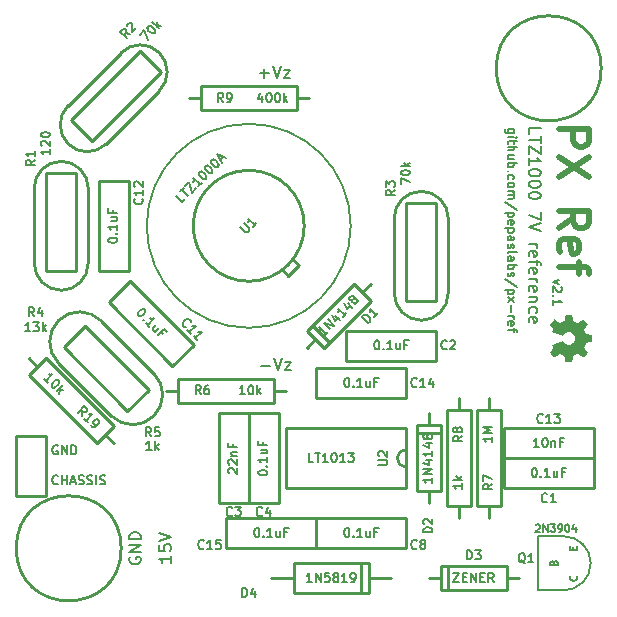
<source format=gto>
G04 (created by PCBNEW (22-Jun-2014 BZR 4027)-stable) date Fri 29 Dec 2017 01:03:39 AM CST*
%MOIN*%
G04 Gerber Fmt 3.4, Leading zero omitted, Abs format*
%FSLAX34Y34*%
G01*
G70*
G90*
G04 APERTURE LIST*
%ADD10C,0.00590551*%
%ADD11C,0.006*%
%ADD12C,0.00787402*%
%ADD13C,0.008*%
%ADD14C,0.02*%
%ADD15C,0.01*%
%ADD16C,0.0001*%
%ADD17C,0.005*%
G04 APERTURE END LIST*
G54D10*
G54D11*
X79392Y-41092D02*
X79378Y-41107D01*
X79335Y-41121D01*
X79307Y-41121D01*
X79264Y-41107D01*
X79235Y-41078D01*
X79221Y-41050D01*
X79207Y-40992D01*
X79207Y-40950D01*
X79221Y-40892D01*
X79235Y-40864D01*
X79264Y-40835D01*
X79307Y-40821D01*
X79335Y-40821D01*
X79378Y-40835D01*
X79392Y-40850D01*
X79521Y-41121D02*
X79521Y-40821D01*
X79521Y-40964D02*
X79692Y-40964D01*
X79692Y-41121D02*
X79692Y-40821D01*
X79821Y-41035D02*
X79964Y-41035D01*
X79792Y-41121D02*
X79892Y-40821D01*
X79992Y-41121D01*
X80078Y-41107D02*
X80121Y-41121D01*
X80192Y-41121D01*
X80221Y-41107D01*
X80235Y-41092D01*
X80250Y-41064D01*
X80250Y-41035D01*
X80235Y-41007D01*
X80221Y-40992D01*
X80192Y-40978D01*
X80135Y-40964D01*
X80107Y-40950D01*
X80092Y-40935D01*
X80078Y-40907D01*
X80078Y-40878D01*
X80092Y-40850D01*
X80107Y-40835D01*
X80135Y-40821D01*
X80207Y-40821D01*
X80250Y-40835D01*
X80364Y-41107D02*
X80407Y-41121D01*
X80478Y-41121D01*
X80507Y-41107D01*
X80521Y-41092D01*
X80535Y-41064D01*
X80535Y-41035D01*
X80521Y-41007D01*
X80507Y-40992D01*
X80478Y-40978D01*
X80421Y-40964D01*
X80392Y-40950D01*
X80378Y-40935D01*
X80364Y-40907D01*
X80364Y-40878D01*
X80378Y-40850D01*
X80392Y-40835D01*
X80421Y-40821D01*
X80492Y-40821D01*
X80535Y-40835D01*
X80664Y-41121D02*
X80664Y-40821D01*
X80792Y-41107D02*
X80835Y-41121D01*
X80907Y-41121D01*
X80935Y-41107D01*
X80950Y-41092D01*
X80964Y-41064D01*
X80964Y-41035D01*
X80950Y-41007D01*
X80935Y-40992D01*
X80907Y-40978D01*
X80850Y-40964D01*
X80821Y-40950D01*
X80807Y-40935D01*
X80792Y-40907D01*
X80792Y-40878D01*
X80807Y-40850D01*
X80821Y-40835D01*
X80850Y-40821D01*
X80921Y-40821D01*
X80964Y-40835D01*
X79378Y-39835D02*
X79350Y-39821D01*
X79307Y-39821D01*
X79264Y-39835D01*
X79235Y-39864D01*
X79221Y-39892D01*
X79207Y-39950D01*
X79207Y-39992D01*
X79221Y-40050D01*
X79235Y-40078D01*
X79264Y-40107D01*
X79307Y-40121D01*
X79335Y-40121D01*
X79378Y-40107D01*
X79392Y-40092D01*
X79392Y-39992D01*
X79335Y-39992D01*
X79521Y-40121D02*
X79521Y-39821D01*
X79692Y-40121D01*
X79692Y-39821D01*
X79835Y-40121D02*
X79835Y-39821D01*
X79907Y-39821D01*
X79950Y-39835D01*
X79978Y-39864D01*
X79992Y-39892D01*
X80007Y-39950D01*
X80007Y-39992D01*
X79992Y-40050D01*
X79978Y-40078D01*
X79950Y-40107D01*
X79907Y-40121D01*
X79835Y-40121D01*
G54D12*
X89150Y-32500D02*
G75*
G03X89150Y-32500I-3400J0D01*
G74*
G01*
G54D11*
X82514Y-39971D02*
X82342Y-39971D01*
X82428Y-39971D02*
X82428Y-39671D01*
X82400Y-39714D01*
X82371Y-39742D01*
X82342Y-39757D01*
X82642Y-39971D02*
X82642Y-39671D01*
X82671Y-39857D02*
X82757Y-39971D01*
X82757Y-39771D02*
X82642Y-39885D01*
X82500Y-39521D02*
X82400Y-39378D01*
X82328Y-39521D02*
X82328Y-39221D01*
X82442Y-39221D01*
X82471Y-39235D01*
X82485Y-39250D01*
X82500Y-39278D01*
X82500Y-39321D01*
X82485Y-39350D01*
X82471Y-39364D01*
X82442Y-39378D01*
X82328Y-39378D01*
X82771Y-39221D02*
X82628Y-39221D01*
X82614Y-39364D01*
X82628Y-39350D01*
X82657Y-39335D01*
X82728Y-39335D01*
X82757Y-39350D01*
X82771Y-39364D01*
X82785Y-39392D01*
X82785Y-39464D01*
X82771Y-39492D01*
X82757Y-39507D01*
X82728Y-39521D01*
X82657Y-39521D01*
X82628Y-39507D01*
X82614Y-39492D01*
X94578Y-29400D02*
X94335Y-29400D01*
X94307Y-29385D01*
X94292Y-29371D01*
X94278Y-29342D01*
X94278Y-29300D01*
X94292Y-29271D01*
X94392Y-29400D02*
X94378Y-29371D01*
X94378Y-29314D01*
X94392Y-29285D01*
X94407Y-29271D01*
X94435Y-29257D01*
X94521Y-29257D01*
X94550Y-29271D01*
X94564Y-29285D01*
X94578Y-29314D01*
X94578Y-29371D01*
X94564Y-29400D01*
X94378Y-29542D02*
X94578Y-29542D01*
X94678Y-29542D02*
X94664Y-29528D01*
X94650Y-29542D01*
X94664Y-29557D01*
X94678Y-29542D01*
X94650Y-29542D01*
X94578Y-29642D02*
X94578Y-29757D01*
X94678Y-29685D02*
X94421Y-29685D01*
X94392Y-29700D01*
X94378Y-29728D01*
X94378Y-29757D01*
X94378Y-29857D02*
X94678Y-29857D01*
X94378Y-29985D02*
X94535Y-29985D01*
X94564Y-29971D01*
X94578Y-29942D01*
X94578Y-29900D01*
X94564Y-29871D01*
X94550Y-29857D01*
X94578Y-30257D02*
X94378Y-30257D01*
X94578Y-30128D02*
X94421Y-30128D01*
X94392Y-30142D01*
X94378Y-30171D01*
X94378Y-30214D01*
X94392Y-30242D01*
X94407Y-30257D01*
X94378Y-30400D02*
X94678Y-30400D01*
X94564Y-30400D02*
X94578Y-30428D01*
X94578Y-30485D01*
X94564Y-30514D01*
X94550Y-30528D01*
X94521Y-30542D01*
X94435Y-30542D01*
X94407Y-30528D01*
X94392Y-30514D01*
X94378Y-30485D01*
X94378Y-30428D01*
X94392Y-30400D01*
X94407Y-30671D02*
X94392Y-30685D01*
X94378Y-30671D01*
X94392Y-30657D01*
X94407Y-30671D01*
X94378Y-30671D01*
X94392Y-30942D02*
X94378Y-30914D01*
X94378Y-30857D01*
X94392Y-30828D01*
X94407Y-30814D01*
X94435Y-30800D01*
X94521Y-30800D01*
X94550Y-30814D01*
X94564Y-30828D01*
X94578Y-30857D01*
X94578Y-30914D01*
X94564Y-30942D01*
X94378Y-31114D02*
X94392Y-31085D01*
X94407Y-31071D01*
X94435Y-31057D01*
X94521Y-31057D01*
X94550Y-31071D01*
X94564Y-31085D01*
X94578Y-31114D01*
X94578Y-31157D01*
X94564Y-31185D01*
X94550Y-31200D01*
X94521Y-31214D01*
X94435Y-31214D01*
X94407Y-31200D01*
X94392Y-31185D01*
X94378Y-31157D01*
X94378Y-31114D01*
X94378Y-31342D02*
X94578Y-31342D01*
X94550Y-31342D02*
X94564Y-31357D01*
X94578Y-31385D01*
X94578Y-31428D01*
X94564Y-31457D01*
X94535Y-31471D01*
X94378Y-31471D01*
X94535Y-31471D02*
X94564Y-31485D01*
X94578Y-31514D01*
X94578Y-31557D01*
X94564Y-31585D01*
X94535Y-31600D01*
X94378Y-31600D01*
X94692Y-31957D02*
X94307Y-31700D01*
X94578Y-32057D02*
X94278Y-32057D01*
X94564Y-32057D02*
X94578Y-32085D01*
X94578Y-32142D01*
X94564Y-32171D01*
X94550Y-32185D01*
X94521Y-32200D01*
X94435Y-32200D01*
X94407Y-32185D01*
X94392Y-32171D01*
X94378Y-32142D01*
X94378Y-32085D01*
X94392Y-32057D01*
X94392Y-32442D02*
X94378Y-32414D01*
X94378Y-32357D01*
X94392Y-32328D01*
X94421Y-32314D01*
X94535Y-32314D01*
X94564Y-32328D01*
X94578Y-32357D01*
X94578Y-32414D01*
X94564Y-32442D01*
X94535Y-32457D01*
X94507Y-32457D01*
X94478Y-32314D01*
X94578Y-32585D02*
X94278Y-32585D01*
X94564Y-32585D02*
X94578Y-32614D01*
X94578Y-32671D01*
X94564Y-32700D01*
X94550Y-32714D01*
X94521Y-32728D01*
X94435Y-32728D01*
X94407Y-32714D01*
X94392Y-32700D01*
X94378Y-32671D01*
X94378Y-32614D01*
X94392Y-32585D01*
X94378Y-32985D02*
X94535Y-32985D01*
X94564Y-32971D01*
X94578Y-32942D01*
X94578Y-32885D01*
X94564Y-32857D01*
X94392Y-32985D02*
X94378Y-32957D01*
X94378Y-32885D01*
X94392Y-32857D01*
X94421Y-32842D01*
X94450Y-32842D01*
X94478Y-32857D01*
X94492Y-32885D01*
X94492Y-32957D01*
X94507Y-32985D01*
X94392Y-33114D02*
X94378Y-33142D01*
X94378Y-33200D01*
X94392Y-33228D01*
X94421Y-33242D01*
X94435Y-33242D01*
X94464Y-33228D01*
X94478Y-33200D01*
X94478Y-33157D01*
X94492Y-33128D01*
X94521Y-33114D01*
X94535Y-33114D01*
X94564Y-33128D01*
X94578Y-33157D01*
X94578Y-33200D01*
X94564Y-33228D01*
X94378Y-33414D02*
X94392Y-33385D01*
X94421Y-33371D01*
X94678Y-33371D01*
X94378Y-33657D02*
X94535Y-33657D01*
X94564Y-33642D01*
X94578Y-33614D01*
X94578Y-33557D01*
X94564Y-33528D01*
X94392Y-33657D02*
X94378Y-33628D01*
X94378Y-33557D01*
X94392Y-33528D01*
X94421Y-33514D01*
X94450Y-33514D01*
X94478Y-33528D01*
X94492Y-33557D01*
X94492Y-33628D01*
X94507Y-33657D01*
X94378Y-33800D02*
X94678Y-33800D01*
X94564Y-33800D02*
X94578Y-33828D01*
X94578Y-33885D01*
X94564Y-33914D01*
X94550Y-33928D01*
X94521Y-33942D01*
X94435Y-33942D01*
X94407Y-33928D01*
X94392Y-33914D01*
X94378Y-33885D01*
X94378Y-33828D01*
X94392Y-33800D01*
X94392Y-34057D02*
X94378Y-34085D01*
X94378Y-34142D01*
X94392Y-34171D01*
X94421Y-34185D01*
X94435Y-34185D01*
X94464Y-34171D01*
X94478Y-34142D01*
X94478Y-34100D01*
X94492Y-34071D01*
X94521Y-34057D01*
X94535Y-34057D01*
X94564Y-34071D01*
X94578Y-34100D01*
X94578Y-34142D01*
X94564Y-34171D01*
X94692Y-34528D02*
X94307Y-34271D01*
X94578Y-34628D02*
X94278Y-34628D01*
X94564Y-34628D02*
X94578Y-34657D01*
X94578Y-34714D01*
X94564Y-34742D01*
X94550Y-34757D01*
X94521Y-34771D01*
X94435Y-34771D01*
X94407Y-34757D01*
X94392Y-34742D01*
X94378Y-34714D01*
X94378Y-34657D01*
X94392Y-34628D01*
X94378Y-34871D02*
X94578Y-35028D01*
X94578Y-34871D02*
X94378Y-35028D01*
X94492Y-35142D02*
X94492Y-35371D01*
X94378Y-35514D02*
X94578Y-35514D01*
X94521Y-35514D02*
X94550Y-35528D01*
X94564Y-35542D01*
X94578Y-35571D01*
X94578Y-35600D01*
X94392Y-35814D02*
X94378Y-35785D01*
X94378Y-35728D01*
X94392Y-35700D01*
X94421Y-35685D01*
X94535Y-35685D01*
X94564Y-35700D01*
X94578Y-35728D01*
X94578Y-35785D01*
X94564Y-35814D01*
X94535Y-35828D01*
X94507Y-35828D01*
X94478Y-35685D01*
X94578Y-35914D02*
X94578Y-36028D01*
X94378Y-35957D02*
X94635Y-35957D01*
X94664Y-35971D01*
X94678Y-36000D01*
X94678Y-36028D01*
X96078Y-34292D02*
X95878Y-34364D01*
X96078Y-34435D01*
X96150Y-34535D02*
X96164Y-34550D01*
X96178Y-34578D01*
X96178Y-34650D01*
X96164Y-34678D01*
X96150Y-34692D01*
X96121Y-34707D01*
X96092Y-34707D01*
X96050Y-34692D01*
X95878Y-34521D01*
X95878Y-34707D01*
X95907Y-34835D02*
X95892Y-34849D01*
X95878Y-34835D01*
X95892Y-34821D01*
X95907Y-34835D01*
X95878Y-34835D01*
X95878Y-35135D02*
X95878Y-34964D01*
X95878Y-35049D02*
X96178Y-35049D01*
X96135Y-35021D01*
X96107Y-34992D01*
X96092Y-34964D01*
G54D13*
X95088Y-29435D02*
X95088Y-29245D01*
X95488Y-29245D01*
X95488Y-29511D02*
X95488Y-29740D01*
X95088Y-29626D02*
X95488Y-29626D01*
X95488Y-29835D02*
X95488Y-30102D01*
X95088Y-29835D01*
X95088Y-30102D01*
X95088Y-30464D02*
X95088Y-30235D01*
X95088Y-30350D02*
X95488Y-30350D01*
X95430Y-30311D01*
X95392Y-30273D01*
X95373Y-30235D01*
X95488Y-30711D02*
X95488Y-30749D01*
X95469Y-30788D01*
X95450Y-30807D01*
X95411Y-30826D01*
X95335Y-30845D01*
X95240Y-30845D01*
X95164Y-30826D01*
X95126Y-30807D01*
X95107Y-30788D01*
X95088Y-30749D01*
X95088Y-30711D01*
X95107Y-30673D01*
X95126Y-30654D01*
X95164Y-30635D01*
X95240Y-30616D01*
X95335Y-30616D01*
X95411Y-30635D01*
X95450Y-30654D01*
X95469Y-30673D01*
X95488Y-30711D01*
X95488Y-31092D02*
X95488Y-31130D01*
X95469Y-31169D01*
X95450Y-31188D01*
X95411Y-31207D01*
X95335Y-31226D01*
X95240Y-31226D01*
X95164Y-31207D01*
X95126Y-31188D01*
X95107Y-31169D01*
X95088Y-31130D01*
X95088Y-31092D01*
X95107Y-31054D01*
X95126Y-31035D01*
X95164Y-31016D01*
X95240Y-30997D01*
X95335Y-30997D01*
X95411Y-31016D01*
X95450Y-31035D01*
X95469Y-31054D01*
X95488Y-31092D01*
X95488Y-31473D02*
X95488Y-31511D01*
X95469Y-31549D01*
X95450Y-31569D01*
X95411Y-31588D01*
X95335Y-31607D01*
X95240Y-31607D01*
X95164Y-31588D01*
X95126Y-31569D01*
X95107Y-31549D01*
X95088Y-31511D01*
X95088Y-31473D01*
X95107Y-31435D01*
X95126Y-31416D01*
X95164Y-31397D01*
X95240Y-31378D01*
X95335Y-31378D01*
X95411Y-31397D01*
X95450Y-31416D01*
X95469Y-31435D01*
X95488Y-31473D01*
X95488Y-32045D02*
X95488Y-32311D01*
X95088Y-32140D01*
X95488Y-32407D02*
X95088Y-32540D01*
X95488Y-32673D01*
X95088Y-33111D02*
X95354Y-33111D01*
X95278Y-33111D02*
X95316Y-33130D01*
X95335Y-33149D01*
X95354Y-33188D01*
X95354Y-33226D01*
X95107Y-33511D02*
X95088Y-33473D01*
X95088Y-33397D01*
X95107Y-33359D01*
X95145Y-33340D01*
X95297Y-33340D01*
X95335Y-33359D01*
X95354Y-33397D01*
X95354Y-33473D01*
X95335Y-33511D01*
X95297Y-33530D01*
X95259Y-33530D01*
X95221Y-33340D01*
X95354Y-33645D02*
X95354Y-33797D01*
X95088Y-33702D02*
X95430Y-33702D01*
X95469Y-33721D01*
X95488Y-33759D01*
X95488Y-33797D01*
X95107Y-34083D02*
X95088Y-34045D01*
X95088Y-33969D01*
X95107Y-33930D01*
X95145Y-33911D01*
X95297Y-33911D01*
X95335Y-33930D01*
X95354Y-33969D01*
X95354Y-34045D01*
X95335Y-34083D01*
X95297Y-34102D01*
X95259Y-34102D01*
X95221Y-33911D01*
X95088Y-34273D02*
X95354Y-34273D01*
X95278Y-34273D02*
X95316Y-34292D01*
X95335Y-34311D01*
X95354Y-34349D01*
X95354Y-34388D01*
X95107Y-34673D02*
X95088Y-34635D01*
X95088Y-34559D01*
X95107Y-34521D01*
X95145Y-34502D01*
X95297Y-34502D01*
X95335Y-34521D01*
X95354Y-34559D01*
X95354Y-34635D01*
X95335Y-34673D01*
X95297Y-34692D01*
X95259Y-34692D01*
X95221Y-34502D01*
X95354Y-34864D02*
X95088Y-34864D01*
X95316Y-34864D02*
X95335Y-34883D01*
X95354Y-34921D01*
X95354Y-34978D01*
X95335Y-35016D01*
X95297Y-35035D01*
X95088Y-35035D01*
X95107Y-35397D02*
X95088Y-35359D01*
X95088Y-35283D01*
X95107Y-35245D01*
X95126Y-35226D01*
X95164Y-35207D01*
X95278Y-35207D01*
X95316Y-35226D01*
X95335Y-35245D01*
X95354Y-35283D01*
X95354Y-35359D01*
X95335Y-35397D01*
X95107Y-35721D02*
X95088Y-35683D01*
X95088Y-35607D01*
X95107Y-35569D01*
X95145Y-35549D01*
X95297Y-35549D01*
X95335Y-35569D01*
X95354Y-35607D01*
X95354Y-35683D01*
X95335Y-35721D01*
X95297Y-35740D01*
X95259Y-35740D01*
X95221Y-35549D01*
G54D14*
X96095Y-29288D02*
X97095Y-29288D01*
X97095Y-29669D01*
X97047Y-29764D01*
X97000Y-29811D01*
X96904Y-29859D01*
X96761Y-29859D01*
X96666Y-29811D01*
X96619Y-29764D01*
X96571Y-29669D01*
X96571Y-29288D01*
X97095Y-30192D02*
X96095Y-30859D01*
X97095Y-30859D02*
X96095Y-30192D01*
X96095Y-32573D02*
X96571Y-32240D01*
X96095Y-32002D02*
X97095Y-32002D01*
X97095Y-32383D01*
X97047Y-32478D01*
X97000Y-32526D01*
X96904Y-32573D01*
X96761Y-32573D01*
X96666Y-32526D01*
X96619Y-32478D01*
X96571Y-32383D01*
X96571Y-32002D01*
X96142Y-33383D02*
X96095Y-33288D01*
X96095Y-33097D01*
X96142Y-33002D01*
X96238Y-32954D01*
X96619Y-32954D01*
X96714Y-33002D01*
X96761Y-33097D01*
X96761Y-33288D01*
X96714Y-33383D01*
X96619Y-33430D01*
X96523Y-33430D01*
X96428Y-32954D01*
X96761Y-33716D02*
X96761Y-34097D01*
X96095Y-33859D02*
X96952Y-33859D01*
X97047Y-33907D01*
X97095Y-34002D01*
X97095Y-34097D01*
G54D13*
X81780Y-43554D02*
X81761Y-43592D01*
X81761Y-43650D01*
X81780Y-43707D01*
X81819Y-43745D01*
X81857Y-43764D01*
X81933Y-43783D01*
X81990Y-43783D01*
X82066Y-43764D01*
X82104Y-43745D01*
X82142Y-43707D01*
X82161Y-43650D01*
X82161Y-43611D01*
X82142Y-43554D01*
X82123Y-43535D01*
X81990Y-43535D01*
X81990Y-43611D01*
X82161Y-43364D02*
X81761Y-43364D01*
X82161Y-43135D01*
X81761Y-43135D01*
X82161Y-42945D02*
X81761Y-42945D01*
X81761Y-42849D01*
X81780Y-42792D01*
X81819Y-42754D01*
X81857Y-42735D01*
X81933Y-42716D01*
X81990Y-42716D01*
X82066Y-42735D01*
X82104Y-42754D01*
X82142Y-42792D01*
X82161Y-42849D01*
X82161Y-42945D01*
X83161Y-43497D02*
X83161Y-43726D01*
X83161Y-43611D02*
X82761Y-43611D01*
X82819Y-43649D01*
X82857Y-43688D01*
X82876Y-43726D01*
X82761Y-43135D02*
X82761Y-43326D01*
X82952Y-43345D01*
X82933Y-43326D01*
X82914Y-43288D01*
X82914Y-43192D01*
X82933Y-43154D01*
X82952Y-43135D01*
X82990Y-43116D01*
X83085Y-43116D01*
X83123Y-43135D01*
X83142Y-43154D01*
X83161Y-43192D01*
X83161Y-43288D01*
X83142Y-43326D01*
X83123Y-43345D01*
X82761Y-43002D02*
X83161Y-42869D01*
X82761Y-42735D01*
X86164Y-37159D02*
X86469Y-37159D01*
X86602Y-36911D02*
X86735Y-37311D01*
X86869Y-36911D01*
X86964Y-37045D02*
X87173Y-37045D01*
X86964Y-37311D01*
X87173Y-37311D01*
X86114Y-27409D02*
X86419Y-27409D01*
X86266Y-27561D02*
X86266Y-27257D01*
X86552Y-27161D02*
X86685Y-27561D01*
X86819Y-27161D01*
X86914Y-27295D02*
X87123Y-27295D01*
X86914Y-27561D01*
X87123Y-27561D01*
G54D11*
X78471Y-36021D02*
X78300Y-36021D01*
X78385Y-36021D02*
X78385Y-35721D01*
X78357Y-35764D01*
X78328Y-35792D01*
X78300Y-35807D01*
X78571Y-35721D02*
X78757Y-35721D01*
X78657Y-35835D01*
X78700Y-35835D01*
X78728Y-35850D01*
X78742Y-35864D01*
X78757Y-35892D01*
X78757Y-35964D01*
X78742Y-35992D01*
X78728Y-36007D01*
X78700Y-36021D01*
X78614Y-36021D01*
X78585Y-36007D01*
X78571Y-35992D01*
X78885Y-36021D02*
X78885Y-35721D01*
X78914Y-35907D02*
X79000Y-36021D01*
X79000Y-35821D02*
X78885Y-35935D01*
X78600Y-35521D02*
X78500Y-35378D01*
X78428Y-35521D02*
X78428Y-35221D01*
X78542Y-35221D01*
X78571Y-35235D01*
X78585Y-35250D01*
X78600Y-35278D01*
X78600Y-35321D01*
X78585Y-35350D01*
X78571Y-35364D01*
X78542Y-35378D01*
X78428Y-35378D01*
X78857Y-35321D02*
X78857Y-35521D01*
X78785Y-35207D02*
X78714Y-35421D01*
X78900Y-35421D01*
G54D10*
X96250Y-42850D02*
X95400Y-42850D01*
X95400Y-42850D02*
X95400Y-44650D01*
X95400Y-44650D02*
X96250Y-44650D01*
X96250Y-44650D02*
G75*
G03X97150Y-43750I0J900D01*
G74*
G01*
X97150Y-43750D02*
G75*
G03X96250Y-42850I-900J0D01*
G74*
G01*
G54D15*
X92750Y-38250D02*
X92750Y-38650D01*
X92750Y-38650D02*
X93150Y-38650D01*
X93150Y-38650D02*
X93150Y-41850D01*
X93150Y-41850D02*
X92350Y-41850D01*
X92350Y-41850D02*
X92350Y-38650D01*
X92350Y-38650D02*
X92750Y-38650D01*
X92750Y-42250D02*
X92750Y-41850D01*
X93750Y-42250D02*
X93750Y-41850D01*
X93750Y-41850D02*
X93350Y-41850D01*
X93350Y-41850D02*
X93350Y-38650D01*
X93350Y-38650D02*
X94150Y-38650D01*
X94150Y-38650D02*
X94150Y-41850D01*
X94150Y-41850D02*
X93750Y-41850D01*
X93750Y-38250D02*
X93750Y-38650D01*
X83000Y-38000D02*
X83400Y-38000D01*
X83400Y-38000D02*
X83400Y-37600D01*
X83400Y-37600D02*
X86600Y-37600D01*
X86600Y-37600D02*
X86600Y-38400D01*
X86600Y-38400D02*
X83400Y-38400D01*
X83400Y-38400D02*
X83400Y-38000D01*
X87000Y-38000D02*
X86600Y-38000D01*
X83750Y-28250D02*
X84150Y-28250D01*
X84150Y-28250D02*
X84150Y-27850D01*
X84150Y-27850D02*
X87350Y-27850D01*
X87350Y-27850D02*
X87350Y-28650D01*
X87350Y-28650D02*
X84150Y-28650D01*
X84150Y-28650D02*
X84150Y-28250D01*
X87750Y-28250D02*
X87350Y-28250D01*
X81250Y-39750D02*
X80967Y-39467D01*
X80967Y-39467D02*
X80684Y-39750D01*
X80684Y-39750D02*
X78421Y-37487D01*
X78421Y-37487D02*
X78987Y-36921D01*
X78987Y-36921D02*
X81250Y-39184D01*
X81250Y-39184D02*
X80967Y-39467D01*
X78421Y-36921D02*
X78704Y-37204D01*
X87600Y-32500D02*
G75*
G03X87600Y-32500I-1850J0D01*
G74*
G01*
X87058Y-34161D02*
X86881Y-33984D01*
X87411Y-33808D02*
X87234Y-33631D01*
X87411Y-33808D02*
X87058Y-34161D01*
X90700Y-40250D02*
G75*
G03X91000Y-40550I300J0D01*
G74*
G01*
X91000Y-39950D02*
G75*
G03X90700Y-40250I0J-300D01*
G74*
G01*
X91000Y-41250D02*
X87000Y-41250D01*
X87000Y-41250D02*
X87000Y-39250D01*
X87000Y-39250D02*
X91000Y-39250D01*
X91000Y-39250D02*
X91000Y-41250D01*
X97500Y-27250D02*
G75*
G03X97500Y-27250I-1750J0D01*
G74*
G01*
X80292Y-35835D02*
X82414Y-37957D01*
X82414Y-37957D02*
X81707Y-38664D01*
X81707Y-38664D02*
X79585Y-36542D01*
X79585Y-36542D02*
X80292Y-35835D01*
X79409Y-37073D02*
X81176Y-38840D01*
X80823Y-35659D02*
X82590Y-37426D01*
X81176Y-38840D02*
G75*
G03X82590Y-38840I707J707D01*
G74*
G01*
X82590Y-38840D02*
G75*
G03X82590Y-37426I-707J707D01*
G74*
G01*
X80823Y-35659D02*
G75*
G03X79409Y-35659I-707J-707D01*
G74*
G01*
X79409Y-35659D02*
G75*
G03X79409Y-37073I707J-707D01*
G74*
G01*
G54D16*
G36*
X95793Y-35773D02*
X95797Y-35781D01*
X95809Y-35800D01*
X95826Y-35826D01*
X95847Y-35857D01*
X95868Y-35888D01*
X95885Y-35914D01*
X95897Y-35932D01*
X95901Y-35939D01*
X95900Y-35943D01*
X95892Y-35958D01*
X95881Y-35980D01*
X95875Y-35992D01*
X95866Y-36012D01*
X95864Y-36022D01*
X95867Y-36023D01*
X95882Y-36031D01*
X95908Y-36042D01*
X95942Y-36057D01*
X95982Y-36074D01*
X96025Y-36092D01*
X96069Y-36110D01*
X96111Y-36128D01*
X96149Y-36143D01*
X96179Y-36156D01*
X96201Y-36164D01*
X96210Y-36167D01*
X96212Y-36166D01*
X96221Y-36156D01*
X96234Y-36139D01*
X96265Y-36101D01*
X96311Y-36065D01*
X96363Y-36042D01*
X96421Y-36035D01*
X96474Y-36041D01*
X96525Y-36062D01*
X96572Y-36098D01*
X96606Y-36142D01*
X96628Y-36193D01*
X96635Y-36250D01*
X96629Y-36305D01*
X96608Y-36357D01*
X96573Y-36404D01*
X96550Y-36423D01*
X96503Y-36450D01*
X96453Y-36466D01*
X96441Y-36467D01*
X96385Y-36465D01*
X96332Y-36449D01*
X96285Y-36420D01*
X96246Y-36379D01*
X96242Y-36374D01*
X96228Y-36355D01*
X96219Y-36343D01*
X96211Y-36333D01*
X96041Y-36403D01*
X96014Y-36414D01*
X95968Y-36434D01*
X95928Y-36451D01*
X95896Y-36464D01*
X95875Y-36474D01*
X95866Y-36478D01*
X95866Y-36478D01*
X95865Y-36484D01*
X95870Y-36497D01*
X95881Y-36521D01*
X95889Y-36537D01*
X95898Y-36555D01*
X95901Y-36563D01*
X95897Y-36570D01*
X95886Y-36587D01*
X95869Y-36612D01*
X95849Y-36642D01*
X95829Y-36671D01*
X95811Y-36698D01*
X95799Y-36717D01*
X95794Y-36727D01*
X95794Y-36728D01*
X95799Y-36736D01*
X95811Y-36752D01*
X95833Y-36775D01*
X95865Y-36807D01*
X95870Y-36812D01*
X95898Y-36839D01*
X95921Y-36861D01*
X95937Y-36876D01*
X95944Y-36881D01*
X95944Y-36881D01*
X95954Y-36876D01*
X95973Y-36864D01*
X96000Y-36846D01*
X96031Y-36825D01*
X96113Y-36769D01*
X96190Y-36800D01*
X96213Y-36809D01*
X96242Y-36821D01*
X96262Y-36830D01*
X96271Y-36835D01*
X96274Y-36843D01*
X96279Y-36864D01*
X96286Y-36895D01*
X96292Y-36931D01*
X96299Y-36966D01*
X96305Y-36997D01*
X96309Y-37020D01*
X96311Y-37030D01*
X96313Y-37032D01*
X96318Y-37034D01*
X96328Y-37036D01*
X96347Y-37036D01*
X96377Y-37037D01*
X96421Y-37037D01*
X96425Y-37037D01*
X96467Y-37036D01*
X96500Y-37036D01*
X96521Y-37035D01*
X96529Y-37033D01*
X96529Y-37033D01*
X96532Y-37023D01*
X96536Y-37001D01*
X96543Y-36970D01*
X96550Y-36932D01*
X96550Y-36930D01*
X96557Y-36893D01*
X96564Y-36862D01*
X96569Y-36840D01*
X96572Y-36831D01*
X96574Y-36829D01*
X96589Y-36821D01*
X96612Y-36810D01*
X96640Y-36798D01*
X96669Y-36786D01*
X96696Y-36775D01*
X96715Y-36768D01*
X96724Y-36766D01*
X96724Y-36766D01*
X96733Y-36772D01*
X96753Y-36785D01*
X96779Y-36803D01*
X96811Y-36825D01*
X96814Y-36826D01*
X96845Y-36848D01*
X96872Y-36865D01*
X96891Y-36877D01*
X96899Y-36881D01*
X96900Y-36881D01*
X96909Y-36874D01*
X96927Y-36858D01*
X96951Y-36835D01*
X96979Y-36807D01*
X96987Y-36798D01*
X97017Y-36768D01*
X97037Y-36747D01*
X97047Y-36733D01*
X97050Y-36727D01*
X97049Y-36727D01*
X97044Y-36717D01*
X97031Y-36697D01*
X97012Y-36670D01*
X96991Y-36638D01*
X96989Y-36636D01*
X96968Y-36605D01*
X96950Y-36579D01*
X96938Y-36560D01*
X96933Y-36552D01*
X96933Y-36550D01*
X96937Y-36538D01*
X96944Y-36515D01*
X96955Y-36488D01*
X96967Y-36459D01*
X96978Y-36432D01*
X96987Y-36412D01*
X96992Y-36403D01*
X96993Y-36403D01*
X97004Y-36399D01*
X97028Y-36394D01*
X97060Y-36387D01*
X97099Y-36380D01*
X97105Y-36379D01*
X97142Y-36372D01*
X97173Y-36366D01*
X97195Y-36361D01*
X97204Y-36359D01*
X97205Y-36354D01*
X97206Y-36335D01*
X97207Y-36307D01*
X97207Y-36273D01*
X97207Y-36238D01*
X97206Y-36204D01*
X97205Y-36174D01*
X97204Y-36153D01*
X97202Y-36144D01*
X97201Y-36143D01*
X97190Y-36140D01*
X97166Y-36135D01*
X97134Y-36128D01*
X97095Y-36121D01*
X97088Y-36120D01*
X97051Y-36113D01*
X97020Y-36106D01*
X96999Y-36102D01*
X96991Y-36099D01*
X96989Y-36096D01*
X96982Y-36081D01*
X96972Y-36056D01*
X96959Y-36024D01*
X96930Y-35952D01*
X96991Y-35864D01*
X96996Y-35856D01*
X97018Y-35824D01*
X97035Y-35798D01*
X97047Y-35780D01*
X97051Y-35772D01*
X97051Y-35772D01*
X97043Y-35763D01*
X97027Y-35745D01*
X97003Y-35721D01*
X96976Y-35694D01*
X96955Y-35673D01*
X96930Y-35649D01*
X96914Y-35633D01*
X96903Y-35625D01*
X96896Y-35622D01*
X96892Y-35623D01*
X96883Y-35628D01*
X96864Y-35641D01*
X96837Y-35659D01*
X96806Y-35681D01*
X96779Y-35699D01*
X96750Y-35718D01*
X96729Y-35730D01*
X96718Y-35735D01*
X96714Y-35734D01*
X96697Y-35727D01*
X96670Y-35717D01*
X96639Y-35704D01*
X96569Y-35673D01*
X96561Y-35627D01*
X96555Y-35599D01*
X96548Y-35560D01*
X96541Y-35523D01*
X96529Y-35465D01*
X96317Y-35463D01*
X96313Y-35472D01*
X96310Y-35481D01*
X96306Y-35502D01*
X96300Y-35533D01*
X96293Y-35569D01*
X96287Y-35600D01*
X96281Y-35631D01*
X96277Y-35653D01*
X96275Y-35663D01*
X96271Y-35666D01*
X96256Y-35674D01*
X96232Y-35685D01*
X96203Y-35697D01*
X96174Y-35709D01*
X96146Y-35720D01*
X96125Y-35728D01*
X96114Y-35731D01*
X96106Y-35727D01*
X96088Y-35715D01*
X96062Y-35698D01*
X96031Y-35677D01*
X96000Y-35655D01*
X95973Y-35638D01*
X95954Y-35625D01*
X95946Y-35620D01*
X95940Y-35623D01*
X95925Y-35635D01*
X95901Y-35658D01*
X95866Y-35693D01*
X95861Y-35699D01*
X95834Y-35726D01*
X95813Y-35750D01*
X95798Y-35766D01*
X95793Y-35773D01*
X95793Y-35773D01*
G37*
G54D15*
X97250Y-40250D02*
X97250Y-41250D01*
X94250Y-40250D02*
X94250Y-41250D01*
X97250Y-41250D02*
X94250Y-41250D01*
X94250Y-40250D02*
X97250Y-40250D01*
X89000Y-37000D02*
X89000Y-36000D01*
X92000Y-37000D02*
X92000Y-36000D01*
X89000Y-36000D02*
X92000Y-36000D01*
X92000Y-37000D02*
X89000Y-37000D01*
X84750Y-38750D02*
X85750Y-38750D01*
X84750Y-41750D02*
X85750Y-41750D01*
X85750Y-38750D02*
X85750Y-41750D01*
X84750Y-41750D02*
X84750Y-38750D01*
X85750Y-38750D02*
X86750Y-38750D01*
X85750Y-41750D02*
X86750Y-41750D01*
X86750Y-38750D02*
X86750Y-41750D01*
X85750Y-41750D02*
X85750Y-38750D01*
X91000Y-42250D02*
X91000Y-43250D01*
X88000Y-42250D02*
X88000Y-43250D01*
X91000Y-43250D02*
X88000Y-43250D01*
X88000Y-42250D02*
X91000Y-42250D01*
X83914Y-36457D02*
X83207Y-37164D01*
X81792Y-34335D02*
X81085Y-35042D01*
X83207Y-37164D02*
X81085Y-35042D01*
X81792Y-34335D02*
X83914Y-36457D01*
X81750Y-34000D02*
X80750Y-34000D01*
X81750Y-31000D02*
X80750Y-31000D01*
X80750Y-34000D02*
X80750Y-31000D01*
X81750Y-31000D02*
X81750Y-34000D01*
X94250Y-40250D02*
X94250Y-39250D01*
X97250Y-40250D02*
X97250Y-39250D01*
X94250Y-39250D02*
X97250Y-39250D01*
X97250Y-40250D02*
X94250Y-40250D01*
X88000Y-38250D02*
X88000Y-37250D01*
X91000Y-38250D02*
X91000Y-37250D01*
X88000Y-37250D02*
X91000Y-37250D01*
X91000Y-38250D02*
X88000Y-38250D01*
X85000Y-43250D02*
X85000Y-42250D01*
X88000Y-43250D02*
X88000Y-42250D01*
X85000Y-42250D02*
X88000Y-42250D01*
X88000Y-43250D02*
X85000Y-43250D01*
X86500Y-44250D02*
X87250Y-44250D01*
X89750Y-44250D02*
X90500Y-44250D01*
X89500Y-43750D02*
X89500Y-44750D01*
X87250Y-44750D02*
X89750Y-44750D01*
X87250Y-43750D02*
X87250Y-44750D01*
X89750Y-43750D02*
X89750Y-44750D01*
X87250Y-43750D02*
X89750Y-43750D01*
X91750Y-41350D02*
X91750Y-41750D01*
X91750Y-39150D02*
X91750Y-38750D01*
X92150Y-41350D02*
X92150Y-39150D01*
X91350Y-39150D02*
X91350Y-41350D01*
X91350Y-39400D02*
X92150Y-39400D01*
X91750Y-39150D02*
X91350Y-39150D01*
X91350Y-41350D02*
X91750Y-41350D01*
X91750Y-41350D02*
X92150Y-41350D01*
X92150Y-39150D02*
X91750Y-39150D01*
X89527Y-34722D02*
X89810Y-34439D01*
X87972Y-36277D02*
X87689Y-36560D01*
X89244Y-34439D02*
X87689Y-35994D01*
X88255Y-36560D02*
X89810Y-35005D01*
X88431Y-36383D02*
X87866Y-35818D01*
X87972Y-36277D02*
X88255Y-36560D01*
X89810Y-35005D02*
X89527Y-34722D01*
X89527Y-34722D02*
X89244Y-34439D01*
X87689Y-35994D02*
X87972Y-36277D01*
X94350Y-44250D02*
X94750Y-44250D01*
X92150Y-44250D02*
X91750Y-44250D01*
X94350Y-43850D02*
X92150Y-43850D01*
X92150Y-44650D02*
X94350Y-44650D01*
X92400Y-44650D02*
X92400Y-43850D01*
X92150Y-44250D02*
X92150Y-44650D01*
X94350Y-44650D02*
X94350Y-44250D01*
X94350Y-44250D02*
X94350Y-43850D01*
X92150Y-43850D02*
X92150Y-44250D01*
X79835Y-28957D02*
X82133Y-26659D01*
X82840Y-27366D02*
X80542Y-29664D01*
X79729Y-28497D02*
X81497Y-26729D01*
X82770Y-28002D02*
X81002Y-29770D01*
X79729Y-29770D02*
G75*
G03X81002Y-29770I636J636D01*
G74*
G01*
X79729Y-28497D02*
G75*
G03X79729Y-29770I636J-636D01*
G74*
G01*
X82770Y-26729D02*
G75*
G03X81497Y-26729I-636J-636D01*
G74*
G01*
X82770Y-28002D02*
G75*
G03X82770Y-26729I-636J636D01*
G74*
G01*
X79729Y-29770D02*
G75*
G03X81002Y-29770I636J636D01*
G74*
G01*
X80542Y-29664D02*
X79835Y-28957D01*
X82133Y-26659D02*
X82840Y-27366D01*
X79000Y-34000D02*
X79000Y-30750D01*
X80000Y-30750D02*
X80000Y-34000D01*
X78600Y-33750D02*
X78600Y-31250D01*
X80400Y-31250D02*
X80400Y-33750D01*
X79500Y-34650D02*
G75*
G03X80400Y-33750I0J900D01*
G74*
G01*
X78600Y-33750D02*
G75*
G03X79500Y-34650I900J0D01*
G74*
G01*
X79500Y-30350D02*
G75*
G03X78600Y-31250I0J-900D01*
G74*
G01*
X80400Y-31250D02*
G75*
G03X79500Y-30350I-900J0D01*
G74*
G01*
X79500Y-34650D02*
G75*
G03X80400Y-33750I0J900D01*
G74*
G01*
X80000Y-34000D02*
X79000Y-34000D01*
X79000Y-30750D02*
X80000Y-30750D01*
X91000Y-35000D02*
X91000Y-31750D01*
X92000Y-31750D02*
X92000Y-35000D01*
X90600Y-34750D02*
X90600Y-32250D01*
X92400Y-32250D02*
X92400Y-34750D01*
X91500Y-35650D02*
G75*
G03X92400Y-34750I0J900D01*
G74*
G01*
X90600Y-34750D02*
G75*
G03X91500Y-35650I900J0D01*
G74*
G01*
X91500Y-31350D02*
G75*
G03X90600Y-32250I0J-900D01*
G74*
G01*
X92400Y-32250D02*
G75*
G03X91500Y-31350I-900J0D01*
G74*
G01*
X91500Y-35650D02*
G75*
G03X92400Y-34750I0J900D01*
G74*
G01*
X92000Y-35000D02*
X91000Y-35000D01*
X91000Y-31750D02*
X92000Y-31750D01*
X78000Y-41500D02*
X78000Y-39500D01*
X78000Y-39500D02*
X79000Y-39500D01*
X79000Y-39500D02*
X79000Y-41500D01*
X79000Y-41500D02*
X78000Y-41500D01*
X81500Y-43250D02*
G75*
G03X81500Y-43250I-1750J0D01*
G74*
G01*
G54D11*
X94971Y-43750D02*
X94942Y-43735D01*
X94914Y-43707D01*
X94871Y-43664D01*
X94842Y-43650D01*
X94814Y-43650D01*
X94828Y-43721D02*
X94800Y-43707D01*
X94771Y-43678D01*
X94757Y-43621D01*
X94757Y-43521D01*
X94771Y-43464D01*
X94800Y-43435D01*
X94828Y-43421D01*
X94885Y-43421D01*
X94914Y-43435D01*
X94942Y-43464D01*
X94957Y-43521D01*
X94957Y-43621D01*
X94942Y-43678D01*
X94914Y-43707D01*
X94885Y-43721D01*
X94828Y-43721D01*
X95242Y-43721D02*
X95071Y-43721D01*
X95157Y-43721D02*
X95157Y-43421D01*
X95128Y-43464D01*
X95100Y-43492D01*
X95071Y-43507D01*
G54D17*
X95321Y-42475D02*
X95333Y-42463D01*
X95357Y-42451D01*
X95416Y-42451D01*
X95440Y-42463D01*
X95452Y-42475D01*
X95464Y-42498D01*
X95464Y-42522D01*
X95452Y-42558D01*
X95309Y-42701D01*
X95464Y-42701D01*
X95571Y-42701D02*
X95571Y-42451D01*
X95714Y-42701D01*
X95714Y-42451D01*
X95809Y-42451D02*
X95964Y-42451D01*
X95880Y-42546D01*
X95916Y-42546D01*
X95940Y-42558D01*
X95952Y-42570D01*
X95964Y-42594D01*
X95964Y-42653D01*
X95952Y-42677D01*
X95940Y-42689D01*
X95916Y-42701D01*
X95845Y-42701D01*
X95821Y-42689D01*
X95809Y-42677D01*
X96083Y-42701D02*
X96130Y-42701D01*
X96154Y-42689D01*
X96166Y-42677D01*
X96190Y-42641D01*
X96202Y-42594D01*
X96202Y-42498D01*
X96190Y-42475D01*
X96178Y-42463D01*
X96154Y-42451D01*
X96107Y-42451D01*
X96083Y-42463D01*
X96071Y-42475D01*
X96059Y-42498D01*
X96059Y-42558D01*
X96071Y-42582D01*
X96083Y-42594D01*
X96107Y-42605D01*
X96154Y-42605D01*
X96178Y-42594D01*
X96190Y-42582D01*
X96202Y-42558D01*
X96357Y-42451D02*
X96380Y-42451D01*
X96404Y-42463D01*
X96416Y-42475D01*
X96428Y-42498D01*
X96440Y-42546D01*
X96440Y-42605D01*
X96428Y-42653D01*
X96416Y-42677D01*
X96404Y-42689D01*
X96380Y-42701D01*
X96357Y-42701D01*
X96333Y-42689D01*
X96321Y-42677D01*
X96309Y-42653D01*
X96297Y-42605D01*
X96297Y-42546D01*
X96309Y-42498D01*
X96321Y-42475D01*
X96333Y-42463D01*
X96357Y-42451D01*
X96654Y-42534D02*
X96654Y-42701D01*
X96595Y-42439D02*
X96535Y-42617D01*
X96690Y-42617D01*
X96570Y-43303D02*
X96570Y-43220D01*
X96701Y-43184D02*
X96701Y-43303D01*
X96451Y-43303D01*
X96451Y-43184D01*
X95920Y-43732D02*
X95932Y-43696D01*
X95944Y-43684D01*
X95967Y-43672D01*
X96003Y-43672D01*
X96027Y-43684D01*
X96039Y-43696D01*
X96051Y-43720D01*
X96051Y-43815D01*
X95801Y-43815D01*
X95801Y-43732D01*
X95813Y-43708D01*
X95825Y-43696D01*
X95848Y-43684D01*
X95872Y-43684D01*
X95896Y-43696D01*
X95908Y-43708D01*
X95920Y-43732D01*
X95920Y-43815D01*
X96677Y-44172D02*
X96689Y-44184D01*
X96701Y-44220D01*
X96701Y-44244D01*
X96689Y-44279D01*
X96665Y-44303D01*
X96641Y-44315D01*
X96594Y-44327D01*
X96558Y-44327D01*
X96510Y-44315D01*
X96486Y-44303D01*
X96463Y-44279D01*
X96451Y-44244D01*
X96451Y-44220D01*
X96463Y-44184D01*
X96475Y-44172D01*
G54D11*
X92871Y-39500D02*
X92728Y-39600D01*
X92871Y-39671D02*
X92571Y-39671D01*
X92571Y-39557D01*
X92585Y-39528D01*
X92600Y-39514D01*
X92628Y-39500D01*
X92671Y-39500D01*
X92700Y-39514D01*
X92714Y-39528D01*
X92728Y-39557D01*
X92728Y-39671D01*
X92700Y-39328D02*
X92685Y-39357D01*
X92671Y-39371D01*
X92642Y-39385D01*
X92628Y-39385D01*
X92600Y-39371D01*
X92585Y-39357D01*
X92571Y-39328D01*
X92571Y-39271D01*
X92585Y-39242D01*
X92600Y-39228D01*
X92628Y-39214D01*
X92642Y-39214D01*
X92671Y-39228D01*
X92685Y-39242D01*
X92700Y-39271D01*
X92700Y-39328D01*
X92714Y-39357D01*
X92728Y-39371D01*
X92757Y-39385D01*
X92814Y-39385D01*
X92842Y-39371D01*
X92857Y-39357D01*
X92871Y-39328D01*
X92871Y-39271D01*
X92857Y-39242D01*
X92842Y-39228D01*
X92814Y-39214D01*
X92757Y-39214D01*
X92728Y-39228D01*
X92714Y-39242D01*
X92700Y-39271D01*
X92871Y-41085D02*
X92871Y-41257D01*
X92871Y-41171D02*
X92571Y-41171D01*
X92614Y-41199D01*
X92642Y-41228D01*
X92657Y-41257D01*
X92871Y-40957D02*
X92571Y-40957D01*
X92757Y-40928D02*
X92871Y-40842D01*
X92671Y-40842D02*
X92785Y-40957D01*
X93871Y-41100D02*
X93728Y-41200D01*
X93871Y-41271D02*
X93571Y-41271D01*
X93571Y-41157D01*
X93585Y-41128D01*
X93600Y-41114D01*
X93628Y-41100D01*
X93671Y-41100D01*
X93700Y-41114D01*
X93714Y-41128D01*
X93728Y-41157D01*
X93728Y-41271D01*
X93571Y-41000D02*
X93571Y-40800D01*
X93871Y-40928D01*
X93871Y-39535D02*
X93871Y-39707D01*
X93871Y-39621D02*
X93571Y-39621D01*
X93614Y-39649D01*
X93642Y-39678D01*
X93657Y-39707D01*
X93871Y-39407D02*
X93571Y-39407D01*
X93785Y-39307D01*
X93571Y-39207D01*
X93871Y-39207D01*
X84150Y-38121D02*
X84050Y-37978D01*
X83978Y-38121D02*
X83978Y-37821D01*
X84092Y-37821D01*
X84121Y-37835D01*
X84135Y-37850D01*
X84150Y-37878D01*
X84150Y-37921D01*
X84135Y-37950D01*
X84121Y-37964D01*
X84092Y-37978D01*
X83978Y-37978D01*
X84407Y-37821D02*
X84350Y-37821D01*
X84321Y-37835D01*
X84307Y-37850D01*
X84278Y-37892D01*
X84264Y-37950D01*
X84264Y-38064D01*
X84278Y-38092D01*
X84292Y-38107D01*
X84321Y-38121D01*
X84378Y-38121D01*
X84407Y-38107D01*
X84421Y-38092D01*
X84435Y-38064D01*
X84435Y-37992D01*
X84421Y-37964D01*
X84407Y-37950D01*
X84378Y-37935D01*
X84321Y-37935D01*
X84292Y-37950D01*
X84278Y-37964D01*
X84264Y-37992D01*
X85621Y-38121D02*
X85450Y-38121D01*
X85535Y-38121D02*
X85535Y-37821D01*
X85507Y-37864D01*
X85478Y-37892D01*
X85450Y-37907D01*
X85807Y-37821D02*
X85835Y-37821D01*
X85864Y-37835D01*
X85878Y-37850D01*
X85892Y-37878D01*
X85907Y-37935D01*
X85907Y-38007D01*
X85892Y-38064D01*
X85878Y-38092D01*
X85864Y-38107D01*
X85835Y-38121D01*
X85807Y-38121D01*
X85778Y-38107D01*
X85764Y-38092D01*
X85750Y-38064D01*
X85735Y-38007D01*
X85735Y-37935D01*
X85750Y-37878D01*
X85764Y-37850D01*
X85778Y-37835D01*
X85807Y-37821D01*
X86035Y-38121D02*
X86035Y-37821D01*
X86064Y-38007D02*
X86150Y-38121D01*
X86150Y-37921D02*
X86035Y-38035D01*
X84900Y-28371D02*
X84800Y-28228D01*
X84728Y-28371D02*
X84728Y-28071D01*
X84842Y-28071D01*
X84871Y-28085D01*
X84885Y-28100D01*
X84900Y-28128D01*
X84900Y-28171D01*
X84885Y-28200D01*
X84871Y-28214D01*
X84842Y-28228D01*
X84728Y-28228D01*
X85042Y-28371D02*
X85100Y-28371D01*
X85128Y-28357D01*
X85142Y-28342D01*
X85171Y-28300D01*
X85185Y-28242D01*
X85185Y-28128D01*
X85171Y-28100D01*
X85157Y-28085D01*
X85128Y-28071D01*
X85071Y-28071D01*
X85042Y-28085D01*
X85028Y-28100D01*
X85014Y-28128D01*
X85014Y-28200D01*
X85028Y-28228D01*
X85042Y-28242D01*
X85071Y-28257D01*
X85128Y-28257D01*
X85157Y-28242D01*
X85171Y-28228D01*
X85185Y-28200D01*
X86200Y-28171D02*
X86200Y-28371D01*
X86128Y-28057D02*
X86057Y-28271D01*
X86242Y-28271D01*
X86414Y-28071D02*
X86442Y-28071D01*
X86471Y-28085D01*
X86485Y-28100D01*
X86500Y-28128D01*
X86514Y-28185D01*
X86514Y-28257D01*
X86500Y-28314D01*
X86485Y-28342D01*
X86471Y-28357D01*
X86442Y-28371D01*
X86414Y-28371D01*
X86385Y-28357D01*
X86371Y-28342D01*
X86357Y-28314D01*
X86342Y-28257D01*
X86342Y-28185D01*
X86357Y-28128D01*
X86371Y-28100D01*
X86385Y-28085D01*
X86414Y-28071D01*
X86700Y-28071D02*
X86728Y-28071D01*
X86757Y-28085D01*
X86771Y-28100D01*
X86785Y-28128D01*
X86800Y-28185D01*
X86800Y-28257D01*
X86785Y-28314D01*
X86771Y-28342D01*
X86757Y-28357D01*
X86728Y-28371D01*
X86700Y-28371D01*
X86671Y-28357D01*
X86657Y-28342D01*
X86642Y-28314D01*
X86628Y-28257D01*
X86628Y-28185D01*
X86642Y-28128D01*
X86657Y-28100D01*
X86671Y-28085D01*
X86700Y-28071D01*
X86928Y-28371D02*
X86928Y-28071D01*
X86957Y-28257D02*
X87042Y-28371D01*
X87042Y-28171D02*
X86928Y-28285D01*
X80179Y-38850D02*
X80209Y-38679D01*
X80058Y-38729D02*
X80270Y-38517D01*
X80350Y-38598D01*
X80361Y-38628D01*
X80361Y-38648D01*
X80350Y-38679D01*
X80320Y-38709D01*
X80290Y-38719D01*
X80270Y-38719D01*
X80239Y-38709D01*
X80159Y-38628D01*
X80381Y-39052D02*
X80260Y-38931D01*
X80320Y-38992D02*
X80532Y-38780D01*
X80482Y-38790D01*
X80441Y-38790D01*
X80411Y-38780D01*
X80482Y-39154D02*
X80522Y-39194D01*
X80552Y-39204D01*
X80573Y-39204D01*
X80623Y-39194D01*
X80674Y-39164D01*
X80755Y-39083D01*
X80765Y-39052D01*
X80765Y-39032D01*
X80755Y-39002D01*
X80714Y-38962D01*
X80684Y-38951D01*
X80664Y-38951D01*
X80633Y-38962D01*
X80583Y-39012D01*
X80573Y-39042D01*
X80573Y-39063D01*
X80583Y-39093D01*
X80623Y-39133D01*
X80654Y-39143D01*
X80674Y-39143D01*
X80704Y-39133D01*
X79057Y-37729D02*
X78936Y-37608D01*
X78997Y-37669D02*
X79209Y-37456D01*
X79158Y-37467D01*
X79118Y-37467D01*
X79088Y-37456D01*
X79401Y-37648D02*
X79421Y-37669D01*
X79431Y-37699D01*
X79431Y-37719D01*
X79421Y-37749D01*
X79391Y-37800D01*
X79340Y-37850D01*
X79290Y-37881D01*
X79260Y-37891D01*
X79239Y-37891D01*
X79209Y-37881D01*
X79189Y-37861D01*
X79179Y-37830D01*
X79179Y-37810D01*
X79189Y-37780D01*
X79219Y-37729D01*
X79270Y-37679D01*
X79320Y-37648D01*
X79350Y-37638D01*
X79371Y-37638D01*
X79401Y-37648D01*
X79350Y-38022D02*
X79563Y-37810D01*
X79451Y-37962D02*
X79431Y-38103D01*
X79573Y-37962D02*
X79411Y-37962D01*
X85462Y-32535D02*
X85633Y-32707D01*
X85664Y-32717D01*
X85684Y-32717D01*
X85714Y-32707D01*
X85755Y-32666D01*
X85765Y-32636D01*
X85765Y-32616D01*
X85755Y-32585D01*
X85583Y-32414D01*
X86007Y-32414D02*
X85886Y-32535D01*
X85946Y-32474D02*
X85734Y-32262D01*
X85744Y-32313D01*
X85744Y-32353D01*
X85734Y-32383D01*
X83633Y-31606D02*
X83532Y-31707D01*
X83320Y-31494D01*
X83462Y-31353D02*
X83583Y-31232D01*
X83734Y-31504D02*
X83522Y-31292D01*
X83633Y-31181D02*
X83775Y-31040D01*
X83845Y-31393D01*
X83987Y-31252D01*
X84179Y-31060D02*
X84057Y-31181D01*
X84118Y-31121D02*
X83906Y-30909D01*
X83916Y-30959D01*
X83916Y-30999D01*
X83906Y-31030D01*
X84098Y-30717D02*
X84118Y-30696D01*
X84148Y-30686D01*
X84169Y-30686D01*
X84199Y-30696D01*
X84249Y-30727D01*
X84300Y-30777D01*
X84330Y-30828D01*
X84340Y-30858D01*
X84340Y-30878D01*
X84330Y-30909D01*
X84310Y-30929D01*
X84280Y-30939D01*
X84260Y-30939D01*
X84229Y-30929D01*
X84179Y-30898D01*
X84128Y-30848D01*
X84098Y-30797D01*
X84088Y-30767D01*
X84088Y-30747D01*
X84098Y-30717D01*
X84300Y-30515D02*
X84320Y-30494D01*
X84350Y-30484D01*
X84371Y-30484D01*
X84401Y-30494D01*
X84451Y-30525D01*
X84502Y-30575D01*
X84532Y-30626D01*
X84542Y-30656D01*
X84542Y-30676D01*
X84532Y-30706D01*
X84512Y-30727D01*
X84482Y-30737D01*
X84462Y-30737D01*
X84431Y-30727D01*
X84381Y-30696D01*
X84330Y-30646D01*
X84300Y-30595D01*
X84290Y-30565D01*
X84290Y-30545D01*
X84300Y-30515D01*
X84502Y-30313D02*
X84522Y-30292D01*
X84552Y-30282D01*
X84573Y-30282D01*
X84603Y-30292D01*
X84653Y-30323D01*
X84704Y-30373D01*
X84734Y-30424D01*
X84744Y-30454D01*
X84744Y-30474D01*
X84734Y-30504D01*
X84714Y-30525D01*
X84684Y-30535D01*
X84664Y-30535D01*
X84633Y-30525D01*
X84583Y-30494D01*
X84532Y-30444D01*
X84502Y-30393D01*
X84492Y-30363D01*
X84492Y-30343D01*
X84502Y-30313D01*
X84805Y-30313D02*
X84906Y-30212D01*
X84845Y-30393D02*
X84704Y-30110D01*
X84987Y-30252D01*
X90071Y-40478D02*
X90314Y-40478D01*
X90342Y-40464D01*
X90357Y-40450D01*
X90371Y-40421D01*
X90371Y-40364D01*
X90357Y-40335D01*
X90342Y-40321D01*
X90314Y-40307D01*
X90071Y-40307D01*
X90100Y-40178D02*
X90085Y-40164D01*
X90071Y-40135D01*
X90071Y-40064D01*
X90085Y-40035D01*
X90100Y-40021D01*
X90128Y-40007D01*
X90157Y-40007D01*
X90200Y-40021D01*
X90371Y-40192D01*
X90371Y-40007D01*
X87907Y-40371D02*
X87764Y-40371D01*
X87764Y-40071D01*
X87964Y-40071D02*
X88135Y-40071D01*
X88050Y-40371D02*
X88050Y-40071D01*
X88392Y-40371D02*
X88221Y-40371D01*
X88307Y-40371D02*
X88307Y-40071D01*
X88278Y-40114D01*
X88250Y-40142D01*
X88221Y-40157D01*
X88578Y-40071D02*
X88607Y-40071D01*
X88635Y-40085D01*
X88650Y-40100D01*
X88664Y-40128D01*
X88678Y-40185D01*
X88678Y-40257D01*
X88664Y-40314D01*
X88650Y-40342D01*
X88635Y-40357D01*
X88607Y-40371D01*
X88578Y-40371D01*
X88550Y-40357D01*
X88535Y-40342D01*
X88521Y-40314D01*
X88507Y-40257D01*
X88507Y-40185D01*
X88521Y-40128D01*
X88535Y-40100D01*
X88550Y-40085D01*
X88578Y-40071D01*
X88964Y-40371D02*
X88792Y-40371D01*
X88878Y-40371D02*
X88878Y-40071D01*
X88850Y-40114D01*
X88821Y-40142D01*
X88792Y-40157D01*
X89064Y-40071D02*
X89249Y-40071D01*
X89149Y-40185D01*
X89192Y-40185D01*
X89221Y-40200D01*
X89235Y-40214D01*
X89249Y-40242D01*
X89249Y-40314D01*
X89235Y-40342D01*
X89221Y-40357D01*
X89192Y-40371D01*
X89107Y-40371D01*
X89078Y-40357D01*
X89064Y-40342D01*
X95700Y-41692D02*
X95685Y-41707D01*
X95642Y-41721D01*
X95614Y-41721D01*
X95571Y-41707D01*
X95542Y-41678D01*
X95528Y-41650D01*
X95514Y-41592D01*
X95514Y-41550D01*
X95528Y-41492D01*
X95542Y-41464D01*
X95571Y-41435D01*
X95614Y-41421D01*
X95642Y-41421D01*
X95685Y-41435D01*
X95700Y-41450D01*
X95985Y-41721D02*
X95814Y-41721D01*
X95900Y-41721D02*
X95900Y-41421D01*
X95871Y-41464D01*
X95842Y-41492D01*
X95814Y-41507D01*
X95257Y-40571D02*
X95285Y-40571D01*
X95314Y-40585D01*
X95328Y-40600D01*
X95342Y-40628D01*
X95357Y-40685D01*
X95357Y-40757D01*
X95342Y-40814D01*
X95328Y-40842D01*
X95314Y-40857D01*
X95285Y-40871D01*
X95257Y-40871D01*
X95228Y-40857D01*
X95214Y-40842D01*
X95200Y-40814D01*
X95185Y-40757D01*
X95185Y-40685D01*
X95200Y-40628D01*
X95214Y-40600D01*
X95228Y-40585D01*
X95257Y-40571D01*
X95485Y-40842D02*
X95500Y-40857D01*
X95485Y-40871D01*
X95471Y-40857D01*
X95485Y-40842D01*
X95485Y-40871D01*
X95785Y-40871D02*
X95614Y-40871D01*
X95700Y-40871D02*
X95700Y-40571D01*
X95671Y-40614D01*
X95642Y-40642D01*
X95614Y-40657D01*
X96042Y-40671D02*
X96042Y-40871D01*
X95914Y-40671D02*
X95914Y-40828D01*
X95928Y-40857D01*
X95957Y-40871D01*
X96000Y-40871D01*
X96028Y-40857D01*
X96042Y-40842D01*
X96285Y-40714D02*
X96185Y-40714D01*
X96185Y-40871D02*
X96185Y-40571D01*
X96328Y-40571D01*
X92350Y-36592D02*
X92335Y-36607D01*
X92292Y-36621D01*
X92264Y-36621D01*
X92221Y-36607D01*
X92192Y-36578D01*
X92178Y-36550D01*
X92164Y-36492D01*
X92164Y-36450D01*
X92178Y-36392D01*
X92192Y-36364D01*
X92221Y-36335D01*
X92264Y-36321D01*
X92292Y-36321D01*
X92335Y-36335D01*
X92350Y-36350D01*
X92464Y-36350D02*
X92478Y-36335D01*
X92507Y-36321D01*
X92578Y-36321D01*
X92607Y-36335D01*
X92621Y-36350D01*
X92635Y-36378D01*
X92635Y-36407D01*
X92621Y-36450D01*
X92450Y-36621D01*
X92635Y-36621D01*
X90007Y-36321D02*
X90035Y-36321D01*
X90064Y-36335D01*
X90078Y-36350D01*
X90092Y-36378D01*
X90107Y-36435D01*
X90107Y-36507D01*
X90092Y-36564D01*
X90078Y-36592D01*
X90064Y-36607D01*
X90035Y-36621D01*
X90007Y-36621D01*
X89978Y-36607D01*
X89964Y-36592D01*
X89950Y-36564D01*
X89935Y-36507D01*
X89935Y-36435D01*
X89950Y-36378D01*
X89964Y-36350D01*
X89978Y-36335D01*
X90007Y-36321D01*
X90235Y-36592D02*
X90250Y-36607D01*
X90235Y-36621D01*
X90221Y-36607D01*
X90235Y-36592D01*
X90235Y-36621D01*
X90535Y-36621D02*
X90364Y-36621D01*
X90450Y-36621D02*
X90450Y-36321D01*
X90421Y-36364D01*
X90392Y-36392D01*
X90364Y-36407D01*
X90792Y-36421D02*
X90792Y-36621D01*
X90664Y-36421D02*
X90664Y-36578D01*
X90678Y-36607D01*
X90707Y-36621D01*
X90750Y-36621D01*
X90778Y-36607D01*
X90792Y-36592D01*
X91035Y-36464D02*
X90935Y-36464D01*
X90935Y-36621D02*
X90935Y-36321D01*
X91078Y-36321D01*
X85200Y-42142D02*
X85185Y-42157D01*
X85142Y-42171D01*
X85114Y-42171D01*
X85071Y-42157D01*
X85042Y-42128D01*
X85028Y-42100D01*
X85014Y-42042D01*
X85014Y-42000D01*
X85028Y-41942D01*
X85042Y-41914D01*
X85071Y-41885D01*
X85114Y-41871D01*
X85142Y-41871D01*
X85185Y-41885D01*
X85200Y-41900D01*
X85300Y-41871D02*
X85485Y-41871D01*
X85385Y-41985D01*
X85428Y-41985D01*
X85457Y-42000D01*
X85471Y-42014D01*
X85485Y-42042D01*
X85485Y-42114D01*
X85471Y-42142D01*
X85457Y-42157D01*
X85428Y-42171D01*
X85342Y-42171D01*
X85314Y-42157D01*
X85300Y-42142D01*
X85100Y-40742D02*
X85085Y-40728D01*
X85071Y-40700D01*
X85071Y-40628D01*
X85085Y-40600D01*
X85100Y-40585D01*
X85128Y-40571D01*
X85157Y-40571D01*
X85200Y-40585D01*
X85371Y-40757D01*
X85371Y-40571D01*
X85100Y-40457D02*
X85085Y-40442D01*
X85071Y-40414D01*
X85071Y-40342D01*
X85085Y-40314D01*
X85100Y-40300D01*
X85128Y-40285D01*
X85157Y-40285D01*
X85200Y-40300D01*
X85371Y-40471D01*
X85371Y-40285D01*
X85171Y-40157D02*
X85371Y-40157D01*
X85200Y-40157D02*
X85185Y-40142D01*
X85171Y-40114D01*
X85171Y-40071D01*
X85185Y-40042D01*
X85214Y-40028D01*
X85371Y-40028D01*
X85214Y-39785D02*
X85214Y-39885D01*
X85371Y-39885D02*
X85071Y-39885D01*
X85071Y-39742D01*
X86200Y-42142D02*
X86185Y-42157D01*
X86142Y-42171D01*
X86114Y-42171D01*
X86071Y-42157D01*
X86042Y-42128D01*
X86028Y-42100D01*
X86014Y-42042D01*
X86014Y-42000D01*
X86028Y-41942D01*
X86042Y-41914D01*
X86071Y-41885D01*
X86114Y-41871D01*
X86142Y-41871D01*
X86185Y-41885D01*
X86200Y-41900D01*
X86457Y-41971D02*
X86457Y-42171D01*
X86385Y-41857D02*
X86314Y-42071D01*
X86500Y-42071D01*
X86071Y-40742D02*
X86071Y-40714D01*
X86085Y-40685D01*
X86100Y-40671D01*
X86128Y-40657D01*
X86185Y-40642D01*
X86257Y-40642D01*
X86314Y-40657D01*
X86342Y-40671D01*
X86357Y-40685D01*
X86371Y-40714D01*
X86371Y-40742D01*
X86357Y-40771D01*
X86342Y-40785D01*
X86314Y-40799D01*
X86257Y-40814D01*
X86185Y-40814D01*
X86128Y-40799D01*
X86100Y-40785D01*
X86085Y-40771D01*
X86071Y-40742D01*
X86342Y-40514D02*
X86357Y-40500D01*
X86371Y-40514D01*
X86357Y-40528D01*
X86342Y-40514D01*
X86371Y-40514D01*
X86371Y-40214D02*
X86371Y-40385D01*
X86371Y-40300D02*
X86071Y-40300D01*
X86114Y-40328D01*
X86142Y-40357D01*
X86157Y-40385D01*
X86171Y-39957D02*
X86371Y-39957D01*
X86171Y-40085D02*
X86328Y-40085D01*
X86357Y-40071D01*
X86371Y-40042D01*
X86371Y-40000D01*
X86357Y-39971D01*
X86342Y-39957D01*
X86214Y-39714D02*
X86214Y-39814D01*
X86371Y-39814D02*
X86071Y-39814D01*
X86071Y-39671D01*
X91350Y-43242D02*
X91335Y-43257D01*
X91292Y-43271D01*
X91264Y-43271D01*
X91221Y-43257D01*
X91192Y-43228D01*
X91178Y-43200D01*
X91164Y-43142D01*
X91164Y-43100D01*
X91178Y-43042D01*
X91192Y-43014D01*
X91221Y-42985D01*
X91264Y-42971D01*
X91292Y-42971D01*
X91335Y-42985D01*
X91350Y-43000D01*
X91521Y-43100D02*
X91492Y-43085D01*
X91478Y-43071D01*
X91464Y-43042D01*
X91464Y-43028D01*
X91478Y-43000D01*
X91492Y-42985D01*
X91521Y-42971D01*
X91578Y-42971D01*
X91607Y-42985D01*
X91621Y-43000D01*
X91635Y-43028D01*
X91635Y-43042D01*
X91621Y-43071D01*
X91607Y-43085D01*
X91578Y-43100D01*
X91521Y-43100D01*
X91492Y-43114D01*
X91478Y-43128D01*
X91464Y-43157D01*
X91464Y-43214D01*
X91478Y-43242D01*
X91492Y-43257D01*
X91521Y-43271D01*
X91578Y-43271D01*
X91607Y-43257D01*
X91621Y-43242D01*
X91635Y-43214D01*
X91635Y-43157D01*
X91621Y-43128D01*
X91607Y-43114D01*
X91578Y-43100D01*
X89007Y-42571D02*
X89035Y-42571D01*
X89064Y-42585D01*
X89078Y-42600D01*
X89092Y-42628D01*
X89107Y-42685D01*
X89107Y-42757D01*
X89092Y-42814D01*
X89078Y-42842D01*
X89064Y-42857D01*
X89035Y-42871D01*
X89007Y-42871D01*
X88978Y-42857D01*
X88964Y-42842D01*
X88950Y-42814D01*
X88935Y-42757D01*
X88935Y-42685D01*
X88950Y-42628D01*
X88964Y-42600D01*
X88978Y-42585D01*
X89007Y-42571D01*
X89235Y-42842D02*
X89250Y-42857D01*
X89235Y-42871D01*
X89221Y-42857D01*
X89235Y-42842D01*
X89235Y-42871D01*
X89535Y-42871D02*
X89364Y-42871D01*
X89450Y-42871D02*
X89450Y-42571D01*
X89421Y-42614D01*
X89392Y-42642D01*
X89364Y-42657D01*
X89792Y-42671D02*
X89792Y-42871D01*
X89664Y-42671D02*
X89664Y-42828D01*
X89678Y-42857D01*
X89707Y-42871D01*
X89750Y-42871D01*
X89778Y-42857D01*
X89792Y-42842D01*
X90035Y-42714D02*
X89935Y-42714D01*
X89935Y-42871D02*
X89935Y-42571D01*
X90078Y-42571D01*
X83647Y-35879D02*
X83627Y-35879D01*
X83587Y-35859D01*
X83567Y-35838D01*
X83546Y-35798D01*
X83546Y-35758D01*
X83557Y-35727D01*
X83587Y-35677D01*
X83617Y-35646D01*
X83668Y-35616D01*
X83698Y-35606D01*
X83738Y-35606D01*
X83779Y-35626D01*
X83799Y-35646D01*
X83819Y-35687D01*
X83819Y-35707D01*
X83829Y-36101D02*
X83708Y-35980D01*
X83769Y-36040D02*
X83981Y-35828D01*
X83930Y-35838D01*
X83890Y-35838D01*
X83860Y-35828D01*
X84031Y-36303D02*
X83910Y-36182D01*
X83971Y-36242D02*
X84183Y-36030D01*
X84132Y-36040D01*
X84092Y-36040D01*
X84062Y-36030D01*
X82277Y-35275D02*
X82297Y-35295D01*
X82308Y-35325D01*
X82308Y-35345D01*
X82297Y-35376D01*
X82267Y-35426D01*
X82217Y-35477D01*
X82166Y-35507D01*
X82136Y-35517D01*
X82116Y-35517D01*
X82085Y-35507D01*
X82065Y-35487D01*
X82055Y-35457D01*
X82055Y-35436D01*
X82065Y-35406D01*
X82095Y-35356D01*
X82146Y-35305D01*
X82196Y-35275D01*
X82227Y-35265D01*
X82247Y-35265D01*
X82277Y-35275D01*
X82247Y-35628D02*
X82247Y-35648D01*
X82227Y-35648D01*
X82227Y-35628D01*
X82247Y-35628D01*
X82227Y-35648D01*
X82439Y-35861D02*
X82318Y-35739D01*
X82378Y-35800D02*
X82590Y-35588D01*
X82540Y-35598D01*
X82500Y-35598D01*
X82469Y-35588D01*
X82762Y-35901D02*
X82621Y-36042D01*
X82671Y-35810D02*
X82560Y-35921D01*
X82550Y-35952D01*
X82560Y-35982D01*
X82590Y-36012D01*
X82621Y-36022D01*
X82641Y-36022D01*
X82904Y-36103D02*
X82833Y-36032D01*
X82722Y-36143D02*
X82934Y-35931D01*
X83035Y-36032D01*
X82192Y-31592D02*
X82207Y-31607D01*
X82221Y-31650D01*
X82221Y-31678D01*
X82207Y-31721D01*
X82178Y-31750D01*
X82150Y-31764D01*
X82092Y-31778D01*
X82050Y-31778D01*
X81992Y-31764D01*
X81964Y-31750D01*
X81935Y-31721D01*
X81921Y-31678D01*
X81921Y-31650D01*
X81935Y-31607D01*
X81950Y-31592D01*
X82221Y-31307D02*
X82221Y-31478D01*
X82221Y-31392D02*
X81921Y-31392D01*
X81964Y-31421D01*
X81992Y-31450D01*
X82007Y-31478D01*
X81950Y-31192D02*
X81935Y-31178D01*
X81921Y-31150D01*
X81921Y-31078D01*
X81935Y-31050D01*
X81950Y-31035D01*
X81978Y-31021D01*
X82007Y-31021D01*
X82050Y-31035D01*
X82221Y-31207D01*
X82221Y-31021D01*
X81071Y-32992D02*
X81071Y-32964D01*
X81085Y-32935D01*
X81100Y-32921D01*
X81128Y-32907D01*
X81185Y-32892D01*
X81257Y-32892D01*
X81314Y-32907D01*
X81342Y-32921D01*
X81357Y-32935D01*
X81371Y-32964D01*
X81371Y-32992D01*
X81357Y-33021D01*
X81342Y-33035D01*
X81314Y-33049D01*
X81257Y-33064D01*
X81185Y-33064D01*
X81128Y-33049D01*
X81100Y-33035D01*
X81085Y-33021D01*
X81071Y-32992D01*
X81342Y-32764D02*
X81357Y-32750D01*
X81371Y-32764D01*
X81357Y-32778D01*
X81342Y-32764D01*
X81371Y-32764D01*
X81371Y-32464D02*
X81371Y-32635D01*
X81371Y-32550D02*
X81071Y-32550D01*
X81114Y-32578D01*
X81142Y-32607D01*
X81157Y-32635D01*
X81171Y-32207D02*
X81371Y-32207D01*
X81171Y-32335D02*
X81328Y-32335D01*
X81357Y-32321D01*
X81371Y-32292D01*
X81371Y-32250D01*
X81357Y-32221D01*
X81342Y-32207D01*
X81214Y-31964D02*
X81214Y-32064D01*
X81371Y-32064D02*
X81071Y-32064D01*
X81071Y-31921D01*
X95557Y-39042D02*
X95542Y-39057D01*
X95500Y-39071D01*
X95471Y-39071D01*
X95428Y-39057D01*
X95400Y-39028D01*
X95385Y-39000D01*
X95371Y-38942D01*
X95371Y-38900D01*
X95385Y-38842D01*
X95400Y-38814D01*
X95428Y-38785D01*
X95471Y-38771D01*
X95500Y-38771D01*
X95542Y-38785D01*
X95557Y-38800D01*
X95842Y-39071D02*
X95671Y-39071D01*
X95757Y-39071D02*
X95757Y-38771D01*
X95728Y-38814D01*
X95700Y-38842D01*
X95671Y-38857D01*
X95942Y-38771D02*
X96128Y-38771D01*
X96028Y-38885D01*
X96071Y-38885D01*
X96100Y-38900D01*
X96114Y-38914D01*
X96128Y-38942D01*
X96128Y-39014D01*
X96114Y-39042D01*
X96100Y-39057D01*
X96071Y-39071D01*
X95985Y-39071D01*
X95957Y-39057D01*
X95942Y-39042D01*
X95428Y-39871D02*
X95257Y-39871D01*
X95342Y-39871D02*
X95342Y-39571D01*
X95314Y-39614D01*
X95285Y-39642D01*
X95257Y-39657D01*
X95614Y-39571D02*
X95642Y-39571D01*
X95671Y-39585D01*
X95685Y-39600D01*
X95700Y-39628D01*
X95714Y-39685D01*
X95714Y-39757D01*
X95700Y-39814D01*
X95685Y-39842D01*
X95671Y-39857D01*
X95642Y-39871D01*
X95614Y-39871D01*
X95585Y-39857D01*
X95571Y-39842D01*
X95557Y-39814D01*
X95542Y-39757D01*
X95542Y-39685D01*
X95557Y-39628D01*
X95571Y-39600D01*
X95585Y-39585D01*
X95614Y-39571D01*
X95842Y-39671D02*
X95842Y-39871D01*
X95842Y-39700D02*
X95857Y-39685D01*
X95885Y-39671D01*
X95928Y-39671D01*
X95957Y-39685D01*
X95971Y-39714D01*
X95971Y-39871D01*
X96214Y-39714D02*
X96114Y-39714D01*
X96114Y-39871D02*
X96114Y-39571D01*
X96257Y-39571D01*
X91357Y-37842D02*
X91342Y-37857D01*
X91300Y-37871D01*
X91271Y-37871D01*
X91228Y-37857D01*
X91200Y-37828D01*
X91185Y-37800D01*
X91171Y-37742D01*
X91171Y-37700D01*
X91185Y-37642D01*
X91200Y-37614D01*
X91228Y-37585D01*
X91271Y-37571D01*
X91300Y-37571D01*
X91342Y-37585D01*
X91357Y-37600D01*
X91642Y-37871D02*
X91471Y-37871D01*
X91557Y-37871D02*
X91557Y-37571D01*
X91528Y-37614D01*
X91500Y-37642D01*
X91471Y-37657D01*
X91900Y-37671D02*
X91900Y-37871D01*
X91828Y-37557D02*
X91757Y-37771D01*
X91942Y-37771D01*
X89007Y-37571D02*
X89035Y-37571D01*
X89064Y-37585D01*
X89078Y-37600D01*
X89092Y-37628D01*
X89107Y-37685D01*
X89107Y-37757D01*
X89092Y-37814D01*
X89078Y-37842D01*
X89064Y-37857D01*
X89035Y-37871D01*
X89007Y-37871D01*
X88978Y-37857D01*
X88964Y-37842D01*
X88950Y-37814D01*
X88935Y-37757D01*
X88935Y-37685D01*
X88950Y-37628D01*
X88964Y-37600D01*
X88978Y-37585D01*
X89007Y-37571D01*
X89235Y-37842D02*
X89250Y-37857D01*
X89235Y-37871D01*
X89221Y-37857D01*
X89235Y-37842D01*
X89235Y-37871D01*
X89535Y-37871D02*
X89364Y-37871D01*
X89450Y-37871D02*
X89450Y-37571D01*
X89421Y-37614D01*
X89392Y-37642D01*
X89364Y-37657D01*
X89792Y-37671D02*
X89792Y-37871D01*
X89664Y-37671D02*
X89664Y-37828D01*
X89678Y-37857D01*
X89707Y-37871D01*
X89750Y-37871D01*
X89778Y-37857D01*
X89792Y-37842D01*
X90035Y-37714D02*
X89935Y-37714D01*
X89935Y-37871D02*
X89935Y-37571D01*
X90078Y-37571D01*
X84257Y-43242D02*
X84242Y-43257D01*
X84200Y-43271D01*
X84171Y-43271D01*
X84128Y-43257D01*
X84100Y-43228D01*
X84085Y-43200D01*
X84071Y-43142D01*
X84071Y-43100D01*
X84085Y-43042D01*
X84100Y-43014D01*
X84128Y-42985D01*
X84171Y-42971D01*
X84200Y-42971D01*
X84242Y-42985D01*
X84257Y-43000D01*
X84542Y-43271D02*
X84371Y-43271D01*
X84457Y-43271D02*
X84457Y-42971D01*
X84428Y-43014D01*
X84400Y-43042D01*
X84371Y-43057D01*
X84814Y-42971D02*
X84671Y-42971D01*
X84657Y-43114D01*
X84671Y-43100D01*
X84700Y-43085D01*
X84771Y-43085D01*
X84800Y-43100D01*
X84814Y-43114D01*
X84828Y-43142D01*
X84828Y-43214D01*
X84814Y-43242D01*
X84800Y-43257D01*
X84771Y-43271D01*
X84700Y-43271D01*
X84671Y-43257D01*
X84657Y-43242D01*
X86007Y-42571D02*
X86035Y-42571D01*
X86064Y-42585D01*
X86078Y-42600D01*
X86092Y-42628D01*
X86107Y-42685D01*
X86107Y-42757D01*
X86092Y-42814D01*
X86078Y-42842D01*
X86064Y-42857D01*
X86035Y-42871D01*
X86007Y-42871D01*
X85978Y-42857D01*
X85964Y-42842D01*
X85950Y-42814D01*
X85935Y-42757D01*
X85935Y-42685D01*
X85950Y-42628D01*
X85964Y-42600D01*
X85978Y-42585D01*
X86007Y-42571D01*
X86235Y-42842D02*
X86250Y-42857D01*
X86235Y-42871D01*
X86221Y-42857D01*
X86235Y-42842D01*
X86235Y-42871D01*
X86535Y-42871D02*
X86364Y-42871D01*
X86450Y-42871D02*
X86450Y-42571D01*
X86421Y-42614D01*
X86392Y-42642D01*
X86364Y-42657D01*
X86792Y-42671D02*
X86792Y-42871D01*
X86664Y-42671D02*
X86664Y-42828D01*
X86678Y-42857D01*
X86707Y-42871D01*
X86750Y-42871D01*
X86778Y-42857D01*
X86792Y-42842D01*
X87035Y-42714D02*
X86935Y-42714D01*
X86935Y-42871D02*
X86935Y-42571D01*
X87078Y-42571D01*
X85528Y-44871D02*
X85528Y-44571D01*
X85600Y-44571D01*
X85642Y-44585D01*
X85671Y-44614D01*
X85685Y-44642D01*
X85700Y-44700D01*
X85700Y-44742D01*
X85685Y-44800D01*
X85671Y-44828D01*
X85642Y-44857D01*
X85600Y-44871D01*
X85528Y-44871D01*
X85957Y-44671D02*
X85957Y-44871D01*
X85885Y-44557D02*
X85814Y-44771D01*
X86000Y-44771D01*
X87857Y-44371D02*
X87685Y-44371D01*
X87771Y-44371D02*
X87771Y-44071D01*
X87742Y-44114D01*
X87714Y-44142D01*
X87685Y-44157D01*
X87985Y-44371D02*
X87985Y-44071D01*
X88157Y-44371D01*
X88157Y-44071D01*
X88442Y-44071D02*
X88300Y-44071D01*
X88285Y-44214D01*
X88300Y-44200D01*
X88328Y-44185D01*
X88400Y-44185D01*
X88428Y-44200D01*
X88442Y-44214D01*
X88457Y-44242D01*
X88457Y-44314D01*
X88442Y-44342D01*
X88428Y-44357D01*
X88400Y-44371D01*
X88328Y-44371D01*
X88300Y-44357D01*
X88285Y-44342D01*
X88628Y-44200D02*
X88600Y-44185D01*
X88585Y-44171D01*
X88571Y-44142D01*
X88571Y-44128D01*
X88585Y-44100D01*
X88600Y-44085D01*
X88628Y-44071D01*
X88685Y-44071D01*
X88714Y-44085D01*
X88728Y-44100D01*
X88742Y-44128D01*
X88742Y-44142D01*
X88728Y-44171D01*
X88714Y-44185D01*
X88685Y-44200D01*
X88628Y-44200D01*
X88600Y-44214D01*
X88585Y-44228D01*
X88571Y-44257D01*
X88571Y-44314D01*
X88585Y-44342D01*
X88600Y-44357D01*
X88628Y-44371D01*
X88685Y-44371D01*
X88714Y-44357D01*
X88728Y-44342D01*
X88742Y-44314D01*
X88742Y-44257D01*
X88728Y-44228D01*
X88714Y-44214D01*
X88685Y-44200D01*
X89028Y-44371D02*
X88857Y-44371D01*
X88942Y-44371D02*
X88942Y-44071D01*
X88914Y-44114D01*
X88885Y-44142D01*
X88857Y-44157D01*
X89171Y-44371D02*
X89228Y-44371D01*
X89257Y-44357D01*
X89271Y-44342D01*
X89300Y-44300D01*
X89314Y-44242D01*
X89314Y-44128D01*
X89300Y-44100D01*
X89285Y-44085D01*
X89257Y-44071D01*
X89200Y-44071D01*
X89171Y-44085D01*
X89157Y-44100D01*
X89142Y-44128D01*
X89142Y-44200D01*
X89157Y-44228D01*
X89171Y-44242D01*
X89200Y-44257D01*
X89257Y-44257D01*
X89285Y-44242D01*
X89300Y-44228D01*
X89314Y-44200D01*
X91871Y-42721D02*
X91571Y-42721D01*
X91571Y-42650D01*
X91585Y-42607D01*
X91614Y-42578D01*
X91642Y-42564D01*
X91700Y-42550D01*
X91742Y-42550D01*
X91800Y-42564D01*
X91828Y-42578D01*
X91857Y-42607D01*
X91871Y-42650D01*
X91871Y-42721D01*
X91600Y-42435D02*
X91585Y-42421D01*
X91571Y-42392D01*
X91571Y-42321D01*
X91585Y-42292D01*
X91600Y-42278D01*
X91628Y-42264D01*
X91657Y-42264D01*
X91700Y-42278D01*
X91871Y-42450D01*
X91871Y-42264D01*
X91871Y-40892D02*
X91871Y-41064D01*
X91871Y-40978D02*
X91571Y-40978D01*
X91614Y-41007D01*
X91642Y-41035D01*
X91657Y-41064D01*
X91871Y-40764D02*
X91571Y-40764D01*
X91871Y-40592D01*
X91571Y-40592D01*
X91671Y-40321D02*
X91871Y-40321D01*
X91557Y-40392D02*
X91771Y-40464D01*
X91771Y-40278D01*
X91871Y-40007D02*
X91871Y-40178D01*
X91871Y-40092D02*
X91571Y-40092D01*
X91614Y-40121D01*
X91642Y-40150D01*
X91657Y-40178D01*
X91671Y-39750D02*
X91871Y-39750D01*
X91557Y-39821D02*
X91771Y-39892D01*
X91771Y-39707D01*
X91700Y-39550D02*
X91685Y-39578D01*
X91671Y-39592D01*
X91642Y-39607D01*
X91628Y-39607D01*
X91600Y-39592D01*
X91585Y-39578D01*
X91571Y-39550D01*
X91571Y-39492D01*
X91585Y-39464D01*
X91600Y-39450D01*
X91628Y-39435D01*
X91642Y-39435D01*
X91671Y-39450D01*
X91685Y-39464D01*
X91700Y-39492D01*
X91700Y-39550D01*
X91714Y-39578D01*
X91728Y-39592D01*
X91757Y-39607D01*
X91814Y-39607D01*
X91842Y-39592D01*
X91857Y-39578D01*
X91871Y-39550D01*
X91871Y-39492D01*
X91857Y-39464D01*
X91842Y-39450D01*
X91814Y-39435D01*
X91757Y-39435D01*
X91728Y-39450D01*
X91714Y-39464D01*
X91700Y-39492D01*
X89729Y-35742D02*
X89517Y-35530D01*
X89567Y-35479D01*
X89608Y-35459D01*
X89648Y-35459D01*
X89678Y-35469D01*
X89729Y-35500D01*
X89759Y-35530D01*
X89789Y-35580D01*
X89800Y-35611D01*
X89800Y-35651D01*
X89779Y-35691D01*
X89729Y-35742D01*
X90052Y-35419D02*
X89931Y-35540D01*
X89991Y-35479D02*
X89779Y-35267D01*
X89789Y-35318D01*
X89789Y-35358D01*
X89779Y-35388D01*
X88381Y-36040D02*
X88260Y-36161D01*
X88320Y-36101D02*
X88108Y-35888D01*
X88118Y-35939D01*
X88118Y-35979D01*
X88108Y-36010D01*
X88472Y-35949D02*
X88260Y-35737D01*
X88593Y-35828D01*
X88381Y-35616D01*
X88643Y-35494D02*
X88785Y-35636D01*
X88512Y-35464D02*
X88613Y-35666D01*
X88744Y-35535D01*
X89007Y-35414D02*
X88886Y-35535D01*
X88946Y-35474D02*
X88734Y-35262D01*
X88744Y-35313D01*
X88744Y-35353D01*
X88734Y-35383D01*
X89047Y-35090D02*
X89189Y-35232D01*
X88916Y-35060D02*
X89017Y-35262D01*
X89149Y-35131D01*
X89209Y-34969D02*
X89179Y-34979D01*
X89159Y-34979D01*
X89128Y-34969D01*
X89118Y-34959D01*
X89108Y-34929D01*
X89108Y-34909D01*
X89118Y-34878D01*
X89159Y-34838D01*
X89189Y-34828D01*
X89209Y-34828D01*
X89239Y-34838D01*
X89250Y-34848D01*
X89260Y-34878D01*
X89260Y-34898D01*
X89250Y-34929D01*
X89209Y-34969D01*
X89199Y-34999D01*
X89199Y-35020D01*
X89209Y-35050D01*
X89250Y-35090D01*
X89280Y-35100D01*
X89300Y-35100D01*
X89330Y-35090D01*
X89371Y-35050D01*
X89381Y-35020D01*
X89381Y-34999D01*
X89371Y-34969D01*
X89330Y-34929D01*
X89300Y-34919D01*
X89280Y-34919D01*
X89250Y-34929D01*
X93028Y-43621D02*
X93028Y-43321D01*
X93100Y-43321D01*
X93142Y-43335D01*
X93171Y-43364D01*
X93185Y-43392D01*
X93200Y-43450D01*
X93200Y-43492D01*
X93185Y-43550D01*
X93171Y-43578D01*
X93142Y-43607D01*
X93100Y-43621D01*
X93028Y-43621D01*
X93300Y-43321D02*
X93485Y-43321D01*
X93385Y-43435D01*
X93428Y-43435D01*
X93457Y-43450D01*
X93471Y-43464D01*
X93485Y-43492D01*
X93485Y-43564D01*
X93471Y-43592D01*
X93457Y-43607D01*
X93428Y-43621D01*
X93342Y-43621D01*
X93314Y-43607D01*
X93300Y-43592D01*
X92571Y-44071D02*
X92771Y-44071D01*
X92571Y-44371D01*
X92771Y-44371D01*
X92885Y-44214D02*
X92985Y-44214D01*
X93028Y-44371D02*
X92885Y-44371D01*
X92885Y-44071D01*
X93028Y-44071D01*
X93157Y-44371D02*
X93157Y-44071D01*
X93328Y-44371D01*
X93328Y-44071D01*
X93471Y-44214D02*
X93571Y-44214D01*
X93614Y-44371D02*
X93471Y-44371D01*
X93471Y-44071D01*
X93614Y-44071D01*
X93914Y-44371D02*
X93814Y-44228D01*
X93742Y-44371D02*
X93742Y-44071D01*
X93857Y-44071D01*
X93885Y-44085D01*
X93900Y-44100D01*
X93914Y-44128D01*
X93914Y-44171D01*
X93900Y-44200D01*
X93885Y-44214D01*
X93857Y-44228D01*
X93742Y-44228D01*
X81800Y-26121D02*
X81628Y-26090D01*
X81679Y-26242D02*
X81467Y-26030D01*
X81547Y-25949D01*
X81578Y-25939D01*
X81598Y-25939D01*
X81628Y-25949D01*
X81659Y-25979D01*
X81669Y-26010D01*
X81669Y-26030D01*
X81659Y-26060D01*
X81578Y-26141D01*
X81689Y-25848D02*
X81689Y-25828D01*
X81699Y-25797D01*
X81750Y-25747D01*
X81780Y-25737D01*
X81800Y-25737D01*
X81830Y-25747D01*
X81851Y-25767D01*
X81871Y-25808D01*
X81871Y-26050D01*
X82002Y-25919D01*
X82116Y-26131D02*
X82257Y-25989D01*
X82378Y-26292D01*
X82378Y-25868D02*
X82398Y-25848D01*
X82429Y-25838D01*
X82449Y-25838D01*
X82479Y-25848D01*
X82530Y-25878D01*
X82580Y-25929D01*
X82611Y-25979D01*
X82621Y-26010D01*
X82621Y-26030D01*
X82611Y-26060D01*
X82590Y-26080D01*
X82560Y-26090D01*
X82540Y-26090D01*
X82510Y-26080D01*
X82459Y-26050D01*
X82409Y-25999D01*
X82378Y-25949D01*
X82368Y-25919D01*
X82368Y-25898D01*
X82378Y-25868D01*
X82752Y-25919D02*
X82540Y-25707D01*
X82691Y-25818D02*
X82833Y-25838D01*
X82691Y-25696D02*
X82691Y-25858D01*
X78621Y-30300D02*
X78478Y-30400D01*
X78621Y-30471D02*
X78321Y-30471D01*
X78321Y-30357D01*
X78335Y-30328D01*
X78350Y-30314D01*
X78378Y-30300D01*
X78421Y-30300D01*
X78450Y-30314D01*
X78464Y-30328D01*
X78478Y-30357D01*
X78478Y-30471D01*
X78621Y-30014D02*
X78621Y-30185D01*
X78621Y-30100D02*
X78321Y-30100D01*
X78364Y-30128D01*
X78392Y-30157D01*
X78407Y-30185D01*
X79121Y-29950D02*
X79121Y-30121D01*
X79121Y-30035D02*
X78821Y-30035D01*
X78864Y-30064D01*
X78892Y-30092D01*
X78907Y-30121D01*
X78850Y-29835D02*
X78835Y-29821D01*
X78821Y-29792D01*
X78821Y-29721D01*
X78835Y-29692D01*
X78850Y-29678D01*
X78878Y-29664D01*
X78907Y-29664D01*
X78950Y-29678D01*
X79121Y-29850D01*
X79121Y-29664D01*
X78821Y-29478D02*
X78821Y-29450D01*
X78835Y-29421D01*
X78850Y-29407D01*
X78878Y-29392D01*
X78935Y-29378D01*
X79007Y-29378D01*
X79064Y-29392D01*
X79092Y-29407D01*
X79107Y-29421D01*
X79121Y-29450D01*
X79121Y-29478D01*
X79107Y-29507D01*
X79092Y-29521D01*
X79064Y-29535D01*
X79007Y-29550D01*
X78935Y-29550D01*
X78878Y-29535D01*
X78850Y-29521D01*
X78835Y-29507D01*
X78821Y-29478D01*
X90621Y-31300D02*
X90478Y-31400D01*
X90621Y-31471D02*
X90321Y-31471D01*
X90321Y-31357D01*
X90335Y-31328D01*
X90350Y-31314D01*
X90378Y-31300D01*
X90421Y-31300D01*
X90450Y-31314D01*
X90464Y-31328D01*
X90478Y-31357D01*
X90478Y-31471D01*
X90321Y-31200D02*
X90321Y-31014D01*
X90435Y-31114D01*
X90435Y-31071D01*
X90450Y-31042D01*
X90464Y-31028D01*
X90492Y-31014D01*
X90564Y-31014D01*
X90592Y-31028D01*
X90607Y-31042D01*
X90621Y-31071D01*
X90621Y-31157D01*
X90607Y-31185D01*
X90592Y-31200D01*
X90821Y-31114D02*
X90821Y-30914D01*
X91121Y-31042D01*
X90821Y-30742D02*
X90821Y-30714D01*
X90835Y-30685D01*
X90850Y-30671D01*
X90878Y-30657D01*
X90935Y-30642D01*
X91007Y-30642D01*
X91064Y-30657D01*
X91092Y-30671D01*
X91107Y-30685D01*
X91121Y-30714D01*
X91121Y-30742D01*
X91107Y-30771D01*
X91092Y-30785D01*
X91064Y-30799D01*
X91007Y-30814D01*
X90935Y-30814D01*
X90878Y-30799D01*
X90850Y-30785D01*
X90835Y-30771D01*
X90821Y-30742D01*
X91121Y-30514D02*
X90821Y-30514D01*
X91007Y-30485D02*
X91121Y-30400D01*
X90921Y-30400D02*
X91035Y-30514D01*
M02*

</source>
